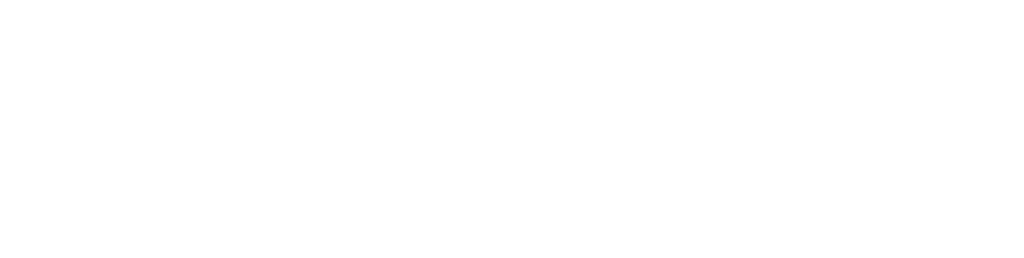
<source format=kicad_pcb>
(kicad_pcb (version 20221018) (generator pcbnew)

  (general
    (thickness 1.6)
  )

  (paper "A4")
  (title_block
    (date "2023-11-15")
  )

  (layers
    (0 "F.Cu" signal)
    (31 "B.Cu" signal)
    (32 "B.Adhes" user "B.Adhesive")
    (33 "F.Adhes" user "F.Adhesive")
    (34 "B.Paste" user)
    (35 "F.Paste" user)
    (36 "B.SilkS" user "B.Silkscreen")
    (37 "F.SilkS" user "F.Silkscreen")
    (38 "B.Mask" user)
    (39 "F.Mask" user)
    (40 "Dwgs.User" user "User.Drawings")
    (41 "Cmts.User" user "User.Comments")
    (42 "Eco1.User" user "User.Eco1")
    (43 "Eco2.User" user "User.Eco2")
    (44 "Edge.Cuts" user)
    (45 "Margin" user)
    (46 "B.CrtYd" user "B.Courtyard")
    (47 "F.CrtYd" user "F.Courtyard")
    (48 "B.Fab" user)
    (49 "F.Fab" user)
    (50 "User.1" user)
    (51 "User.2" user)
    (52 "User.3" user)
    (53 "User.4" user)
    (54 "User.5" user)
    (55 "User.6" user)
    (56 "User.7" user)
    (57 "User.8" user)
    (58 "User.9" user)
  )

  (setup
    (pad_to_mask_clearance 0)
    (pcbplotparams
      (layerselection 0x00010fc_ffffffff)
      (plot_on_all_layers_selection 0x0000000_00000000)
      (disableapertmacros false)
      (usegerberextensions false)
      (usegerberattributes true)
      (usegerberadvancedattributes true)
      (creategerberjobfile true)
      (dashed_line_dash_ratio 12.000000)
      (dashed_line_gap_ratio 3.000000)
      (svgprecision 6)
      (plotframeref false)
      (viasonmask false)
      (mode 1)
      (useauxorigin false)
      (hpglpennumber 1)
      (hpglpenspeed 20)
      (hpglpendiameter 15.000000)
      (dxfpolygonmode true)
      (dxfimperialunits true)
      (dxfusepcbnewfont true)
      (psnegative false)
      (psa4output false)
      (plotreference true)
      (plotvalue true)
      (plotinvisibletext false)
      (sketchpadsonfab false)
      (subtractmaskfromsilk false)
      (outputformat 1)
      (mirror false)
      (drillshape 1)
      (scaleselection 1)
      (outputdirectory "")
    )
  )

  (net 0 "")

  (gr_text locked "Text locked" (at 0 1) (layer "Dwgs.User") (tstamp 53256d70-8bb6-458c-8ac7-948fdc9b6360)
    (effects (font (size 1 1) (thickness 0.15)))
  )
  (gr_text "Text unlocked" (at 0 0) (layer "Dwgs.User") (tstamp 667160ac-fe18-4172-8c47-776e19652d19)
    (effects (font (size 1 1) (thickness 0.15)))
  )

)

</source>
